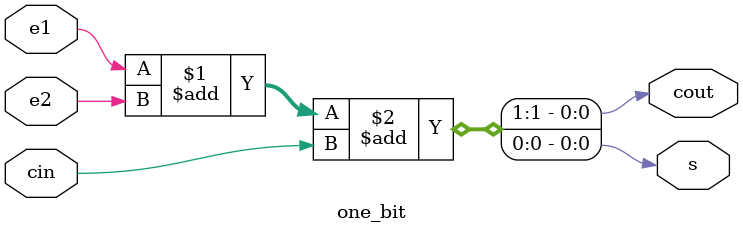
<source format=v>
module one_bit(e1, e2, cin, s, cout);
	
	input e1, e2, cin;
	output s, cout;

	assign {cout, s} = e1 + e2 + cin;

endmodule

</source>
